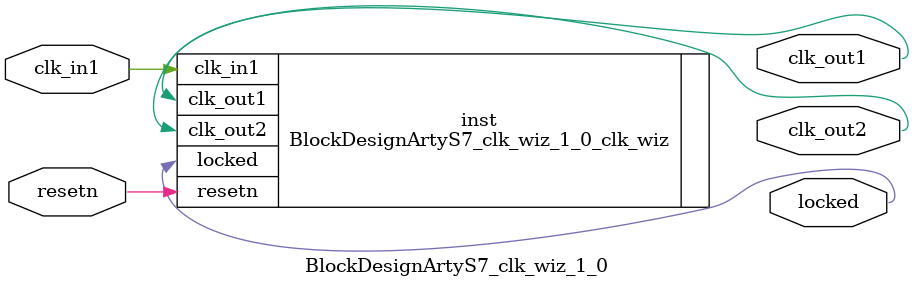
<source format=v>


`timescale 1ps/1ps

(* CORE_GENERATION_INFO = "BlockDesignArtyS7_clk_wiz_1_0,clk_wiz_v6_0_2_0_0,{component_name=BlockDesignArtyS7_clk_wiz_1_0,use_phase_alignment=true,use_min_o_jitter=false,use_max_i_jitter=false,use_dyn_phase_shift=false,use_inclk_switchover=false,use_dyn_reconfig=false,enable_axi=0,feedback_source=FDBK_AUTO,PRIMITIVE=MMCM,num_out_clk=2,clkin1_period=10.000,clkin2_period=10.000,use_power_down=false,use_reset=true,use_locked=true,use_inclk_stopped=false,feedback_type=SINGLE,CLOCK_MGR_TYPE=NA,manual_override=false}" *)

module BlockDesignArtyS7_clk_wiz_1_0 
 (
  // Clock out ports
  output        clk_out1,
  output        clk_out2,
  // Status and control signals
  input         resetn,
  output        locked,
 // Clock in ports
  input         clk_in1
 );

  BlockDesignArtyS7_clk_wiz_1_0_clk_wiz inst
  (
  // Clock out ports  
  .clk_out1(clk_out1),
  .clk_out2(clk_out2),
  // Status and control signals               
  .resetn(resetn), 
  .locked(locked),
 // Clock in ports
  .clk_in1(clk_in1)
  );

endmodule

</source>
